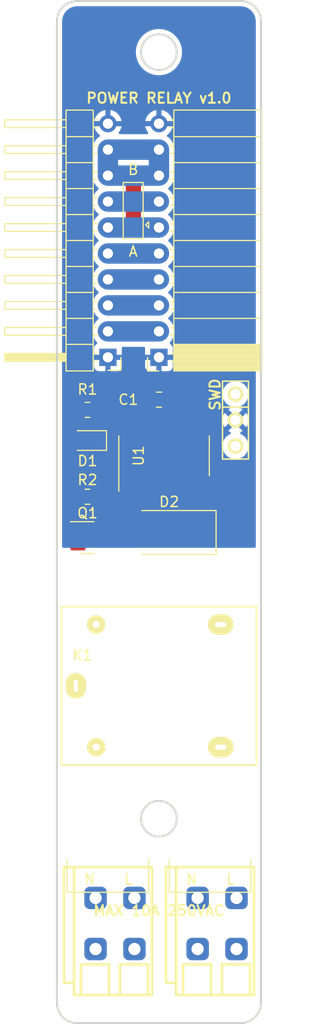
<source format=kicad_pcb>
(kicad_pcb (version 20211014) (generator pcbnew)
  (layers (0 "F.Cu" signal) (31 "B.Cu" power) (34 "B.Paste" user) (35 "F.Paste" user) (36 "B.SilkS" user "B.Silkscreen") (37 "F.SilkS" user "F.Silkscreen") (38 "B.Mask" user) (39 "F.Mask" user) (44 "Edge.Cuts" user))
  (net 0 "")
  (net 1 "GND")
  (net 2 "+3V3")
  (net 3 "+12V")
  (net 4 "Net-(D1-Pad2)")
  (net 5 "+5V")
  (net 6 "/IRQ")
  (net 7 "/SDA")
  (net 8 "/SCL")
  (net 9 "/LED")
  (net 10 "/SWDIO")
  (net 11 "/SWCLK")
  (net 12 "/ADDR")
  (net 13 "/RST")
  (net 14 "Net-(D2-Pad2)")
  (net 15 "Net-(J3-Pad1)")
  (net 16 "Net-(J3-Pad2)")
  (net 17 "Net-(J4-Pad2)")
  (net 19 "Net-(Q1-Pad1)")
  (net 20 "/RELAY")
  (footprint "Resistor_SMD:R_0805_2012Metric_Pad1.20x1.40mm_HandSolder" (layer "F.Cu") (at 86 90)
    (fp_text reference "R1" (at 0 -2) (layer "F.SilkS"))
    (fp_text value "270R")
    (fp_line (start -0.227064 0.735) (end 0.227064 0.735) (layer "F.SilkS") (width 0.12))
    (fp_line (start -0.227064 -0.735) (end 0.227064 -0.735) (layer "F.SilkS") (width 0.12))
    (pad "1" smd roundrect locked (at -1 0) (size 1.2 1.4) (layers "F.Cu" "F.Paste" "F.Mask") (roundrect_rratio 0.208333) (net 4 "Net-(D1-Pad2)"))
    (pad "2" smd roundrect locked (at 1 0) (size 1.2 1.4) (layers "F.Cu" "F.Paste" "F.Mask") (roundrect_rratio 0.208333) (net 9 "/LED"))
  )
  (footprint "LED_SMD:LED_0805_2012Metric_Pad1.15x1.40mm_HandSolder" (layer "F.Cu") (at 86 93 180)
    (fp_text reference "D1" (at 0 -2) (layer "F.SilkS"))
    (fp_text value "LED")
    (fp_line (start -1.86 -0.96) (end -1.86 0.96) (layer "F.SilkS") (width 0.12))
    (fp_line (start 1 -0.96) (end -1.86 -0.96) (layer "F.SilkS") (width 0.12))
    (fp_line (start -1.86 0.96) (end 1 0.96) (layer "F.SilkS") (width 0.12))
    (pad "1" smd roundrect locked (at -1.025 0 180) (size 1.15 1.4) (layers "F.Cu" "F.Paste" "F.Mask") (roundrect_rratio 0.217391) (net 1 "GND"))
    (pad "2" smd roundrect locked (at 1.025 0 180) (size 1.15 1.4) (layers "F.Cu" "F.Paste" "F.Mask") (roundrect_rratio 0.217391) (net 4 "Net-(D1-Pad2)"))
  )
  (footprint "Capacitor_SMD:C_0805_2012Metric_Pad1.18x1.45mm_HandSolder" (layer "F.Cu") (at 93 89)
    (fp_text reference "C1" (at -3 0) (layer "F.SilkS"))
    (fp_text value "100n")
    (fp_line (start -0.261252 -0.735) (end 0.261252 -0.735) (layer "F.SilkS") (width 0.12))
    (fp_line (start -0.261252 0.735) (end 0.261252 0.735) (layer "F.SilkS") (width 0.12))
    (pad "1" smd roundrect locked (at -1.0375 0) (size 1.175 1.45) (layers "F.Cu" "F.Paste" "F.Mask") (roundrect_rratio 0.212766) (net 2 "+3V3"))
    (pad "2" smd roundrect locked (at 1.0375 0) (size 1.175 1.45) (layers "F.Cu" "F.Paste" "F.Mask") (roundrect_rratio 0.212766) (net 1 "GND"))
  )
  (footprint "Jumper:SolderJumper-3_P2.0mm_Open_TrianglePad1.0x1.5mm" (layer "F.Cu") (at 90.5 70.5 90)
    (fp_text reference "JP1" hide)
    (fp_text value "SolderJumper_3_Open")
    (fp_line (start -1.1 1.5) (end -1.4 1.2) (layer "F.SilkS") (width 0.12))
    (fp_line (start -2.75 0.95) (end -2.75 -1) (layer "F.SilkS") (width 0.12))
    (fp_line (start -1.4 1.2) (end -1.7 1.5) (layer "F.SilkS") (width 0.12))
    (fp_line (start 2.75 0.95) (end -2.75 0.95) (layer "F.SilkS") (width 0.12))
    (fp_line (start -2.75 -1) (end 2.75 -1) (layer "F.SilkS") (width 0.12))
    (fp_line (start 2.75 -1) (end 2.75 0.95) (layer "F.SilkS") (width 0.12))
    (fp_line (start -1.7 1.5) (end -1.1 1.5) (layer "F.SilkS") (width 0.12))
    (pad "1" smd custom locked (at -2 0 90) (size 0.3 0.3) (layers "F.Cu" "F.Mask") (net 2 "+3V3") (options (clearance outline) (anchor rect)) (primitives (gr_poly (pts (xy 1 0) (xy 0.5 0.75) (xy -0.5 0.75) (xy -0.5 -0.75) (xy 0.5 -0.75)) (width 0) (fill yes))))
    (pad "2" smd custom locked (at 0 0 90) (size 0.3 0.3) (layers "F.Cu") (net 12 "/ADDR") (options (clearance outline) (anchor rect)) (primitives (gr_poly (pts (xy 0.7 0) (xy 1.2 0.75) (xy -1.2 0.75) (xy -0.7 0) (xy -1.2 -0.75) (xy 1.2 -0.75)) (width 0) (fill yes))))
    (pad "3" smd custom locked (at 2 0 270) (size 0.3 0.3) (layers "F.Cu" "F.Mask") (net 1 "GND") (options (clearance outline) (anchor rect)) (primitives (gr_poly (pts (xy 1 0) (xy 0.5 0.75) (xy -0.5 0.75) (xy -0.5 -0.75) (xy 0.5 -0.75)) (width 0) (fill yes))))
  )
  (footprint "Connector_PinHeader_2.54mm:PinHeader_1x10_P2.54mm_Horizontal" (layer "F.Cu") (at 88 84.86 180)
    (fp_text reference "J1" hide)
    (fp_text value "T100-IN")
    (fp_line (start 1.44 8.89) (end 4.1 8.89) (layer "F.SilkS") (width 0.12))
    (fp_line (start 1.042929 14.86) (end 1.44 14.86) (layer "F.SilkS") (width 0.12))
    (fp_line (start 1.042929 2.92) (end 1.44 2.92) (layer "F.SilkS") (width 0.12))
    (fp_line (start 1.042929 7.24) (end 1.44 7.24) (layer "F.SilkS") (width 0.12))
    (fp_line (start 10.1 18.16) (end 4.1 18.16) (layer "F.SilkS") (width 0.12))
    (fp_line (start -1.27 -1.27) (end 0 -1.27) (layer "F.SilkS") (width 0.12))
    (fp_line (start 10.1 0.38) (end 4.1 0.38) (layer "F.SilkS") (width 0.12))
    (fp_line (start 1.042929 19.94) (end 1.44 19.94) (layer "F.SilkS") (width 0.12))
    (fp_line (start 1.042929 9.78) (end 1.44 9.78) (layer "F.SilkS") (width 0.12))
    (fp_line (start 1.44 13.97) (end 4.1 13.97) (layer "F.SilkS") (width 0.12))
    (fp_line (start 10.1 12.32) (end 10.1 13.08) (layer "F.SilkS") (width 0.12))
    (fp_line (start 10.1 7.24) (end 10.1 8) (layer "F.SilkS") (width 0.12))
    (fp_line (start 10.1 19.94) (end 10.1 20.7) (layer "F.SilkS") (width 0.12))
    (fp_line (start 10.1 17.4) (end 10.1 18.16) (layer "F.SilkS") (width 0.12))
    (fp_line (start 4.1 -0.2) (end 10.1 -0.2) (layer "F.SilkS") (width 0.12))
    (fp_line (start 10.1 9.78) (end 10.1 10.54) (layer "F.SilkS") (width 0.12))
    (fp_line (start 4.1 -0.38) (end 10.1 -0.38) (layer "F.SilkS") (width 0.12))
    (fp_line (start 1.042929 8) (end 1.44 8) (layer "F.SilkS") (width 0.12))
    (fp_line (start 1.042929 2.16) (end 1.44 2.16) (layer "F.SilkS") (width 0.12))
    (fp_line (start 1.042929 20.7) (end 1.44 20.7) (layer "F.SilkS") (width 0.12))
    (fp_line (start 4.1 4.7) (end 10.1 4.7) (layer "F.SilkS") (width 0.12))
    (fp_line (start 10.1 23.24) (end 4.1 23.24) (layer "F.SilkS") (width 0.12))
    (fp_line (start 1.042929 17.4) (end 1.44 17.4) (layer "F.SilkS") (width 0.12))
    (fp_line (start 1.042929 13.08) (end 1.44 13.08) (layer "F.SilkS") (width 0.12))
    (fp_line (start 1.042929 12.32) (end 1.44 12.32) (layer "F.SilkS") (width 0.12))
    (fp_line (start 1.44 16.51) (end 4.1 16.51) (layer "F.SilkS") (width 0.12))
    (fp_line (start 4.1 17.4) (end 10.1 17.4) (layer "F.SilkS") (width 0.12))
    (fp_line (start 4.1 0.28) (end 10.1 0.28) (layer "F.SilkS") (width 0.12))
    (fp_line (start 10.1 2.92) (end 4.1 2.92) (layer "F.SilkS") (width 0.12))
    (fp_line (start 1.042929 18.16) (end 1.44 18.16) (layer "F.SilkS") (width 0.12))
    (fp_line (start 1.44 -1.33) (end 1.44 24.19) (layer "F.SilkS") (width 0.12))
    (fp_line (start 10.1 14.86) (end 10.1 15.62) (layer "F.SilkS") (width 0.12))
    (fp_line (start 4.1 7.24) (end 10.1 7.24) (layer "F.SilkS") (width 0.12))
    (fp_line (start 4.1 0.04) (end 10.1 0.04) (layer "F.SilkS") (width 0.12))
    (fp_line (start 1.44 24.19) (end 4.1 24.19) (layer "F.SilkS") (width 0.12))
    (fp_line (start 10.1 22.48) (end 10.1 23.24) (layer "F.SilkS") (width 0.12))
    (fp_line (start 10.1 13.08) (end 4.1 13.08) (layer "F.SilkS") (width 0.12))
    (fp_line (start 1.11 0.38) (end 1.44 0.38) (layer "F.SilkS") (width 0.12))
    (fp_line (start 10.1 -0.38) (end 10.1 0.38) (layer "F.SilkS") (width 0.12))
    (fp_line (start 1.44 19.05) (end 4.1 19.05) (layer "F.SilkS") (width 0.12))
    (fp_line (start 1.44 11.43) (end 4.1 11.43) (layer "F.SilkS") (width 0.12))
    (fp_line (start 4.1 -1.33) (end 1.44 -1.33) (layer "F.SilkS") (width 0.12))
    (fp_line (start 4.1 -0.08) (end 10.1 -0.08) (layer "F.SilkS") (width 0.12))
    (fp_line (start 4.1 19.94) (end 10.1 19.94) (layer "F.SilkS") (width 0.12))
    (fp_line (start 4.1 22.48) (end 10.1 22.48) (layer "F.SilkS") (width 0.12))
    (fp_line (start 1.44 3.81) (end 4.1 3.81) (layer "F.SilkS") (width 0.12))
    (fp_line (start 10.1 20.7) (end 4.1 20.7) (layer "F.SilkS") (width 0.12))
    (fp_line (start -1.27 0) (end -1.27 -1.27) (layer "F.SilkS") (width 0.12))
    (fp_line (start 4.1 0.16) (end 10.1 0.16) (layer "F.SilkS") (width 0.12))
    (fp_line (start 1.042929 22.48) (end 1.44 22.48) (layer "F.SilkS") (width 0.12))
    (fp_line (start 1.44 21.59) (end 4.1 21.59) (layer "F.SilkS") (width 0.12))
    (fp_line (start 10.1 8) (end 4.1 8) (layer "F.SilkS") (width 0.12))
    (fp_line (start 1.042929 5.46) (end 1.44 5.46) (layer "F.SilkS") (width 0.12))
    (fp_line (start 10.1 5.46) (end 4.1 5.46) (layer "F.SilkS") (width 0.12))
    (fp_line (start 4.1 9.78) (end 10.1 9.78) (layer "F.SilkS") (width 0.12))
    (fp_line (start 1.44 1.27) (end 4.1 1.27) (layer "F.SilkS") (width 0.12))
    (fp_line (start 1.44 6.35) (end 4.1 6.35) (layer "F.SilkS") (width 0.12))
    (fp_line (start 4.1 -0.32) (end 10.1 -0.32) (layer "F.SilkS") (width 0.12))
    (fp_line (start 10.1 4.7) (end 10.1 5.46) (layer "F.SilkS") (width 0.12))
    (fp_line (start 1.042929 10.54) (end 1.44 10.54) (layer "F.SilkS") (width 0.12))
    (fp_line (start 1.042929 15.62) (end 1.44 15.62) (layer "F.SilkS") (width 0.12))
    (fp_line (start 1.042929 4.7) (end 1.44 4.7) (layer "F.SilkS") (width 0.12))
    (fp_line (start 4.1 14.86) (end 10.1 14.86) (layer "F.SilkS") (width 0.12))
    (fp_line (start 10.1 15.62) (end 4.1 15.62) (layer "F.SilkS") (width 0.12))
    (fp_line (start 10.1 10.54) (end 4.1 10.54) (layer "F.SilkS") (width 0.12))
    (fp_line (start 4.1 24.19) (end 4.1 -1.33) (layer "F.SilkS") (width 0.12))
    (fp_line (start 4.1 2.16) (end 10.1 2.16) (layer "F.SilkS") (width 0.12))
    (fp_line (start 10.1 2.16) (end 10.1 2.92) (layer "F.SilkS") (width 0.12))
    (fp_line (start 1.042929 23.24) (end 1.44 23.24) (layer "F.SilkS") (width 0.12))
    (fp_line (start 4.1 12.32) (end 10.1 12.32) (layer "F.SilkS") (width 0.12))
    (fp_line (start 1.11 -0.38) (end 1.44 -0.38) (layer "F.SilkS") (width 0.12))
    (pad "1" thru_hole rect locked (at 0 0 180) (size 1.7 1.7) (drill 1) (layers *.Cu *.Mask) (net 1 "GND"))
    (pad "2" thru_hole oval locked (at 0 2.54 180) (size 1.7 1.7) (drill 1) (layers *.Cu *.Mask) (net 8 "/SCL"))
    (pad "3" thru_hole oval locked (at 0 5.08 180) (size 1.7 1.7) (drill 1) (layers *.Cu *.Mask) (net 7 "/SDA"))
    (pad "4" thru_hole oval locked (at 0 7.62 180) (size 1.7 1.7) (drill 1) (layers *.Cu *.Mask) (net 6 "/IRQ"))
    (pad "5" thru_hole oval locked (at 0 10.16 180) (size 1.7 1.7) (drill 1) (layers *.Cu *.Mask) (net 13 "/RST"))
    (pad "6" thru_hole oval locked (at 0 12.7 180) (size 1.7 1.7) (drill 1) (layers *.Cu *.Mask) (net 2 "+3V3"))
    (pad "7" thru_hole oval locked (at 0 15.24 180) (size 1.7 1.7) (drill 1) (layers *.Cu *.Mask) (net 5 "+5V"))
    (pad "8" thru_hole oval locked (at 0 17.78 180) (size 1.7 1.7) (drill 1) (layers *.Cu *.Mask) (net 3 "+12V"))
    (pad "9" thru_hole oval locked (at 0 20.32 180) (size 1.7 1.7) (drill 1) (layers *.Cu *.Mask) (net 3 "+12V"))
    (pad "10" thru_hole oval locked (at 0 22.86 180) (size 1.7 1.7) (drill 1) (layers *.Cu *.Mask) (net 1 "GND"))
  )
  (footprint "Connector_PinSocket_2.54mm:PinSocket_1x10_P2.54mm_Horizontal" (layer "F.Cu") (at 93 84.86 180)
    (fp_text reference "J2" hide)
    (fp_text value "T100-OUT")
    (fp_line (start -1.46 5.44) (end -1.05 5.44) (layer "F.SilkS") (width 0.12))
    (fp_line (start -10.09 -0.619525) (end -1.46 -0.619525) (layer "F.SilkS") (width 0.12))
    (fp_line (start -10.09 0.91571) (end -1.46 0.91571) (layer "F.SilkS") (width 0.12))
    (fp_line (start -1.46 18.14) (end -1.05 18.14) (layer "F.SilkS") (width 0.12))
    (fp_line (start -1.46 -0.36) (end -1.11 -0.36) (layer "F.SilkS") (width 0.12))
    (fp_line (start -10.09 16.51) (end -1.46 16.51) (layer "F.SilkS") (width 0.12))
    (fp_line (start -1.46 0.36) (end -1.11 0.36) (layer "F.SilkS") (width 0.12))
    (fp_line (start -1.46 7.98) (end -1.05 7.98) (layer "F.SilkS") (width 0.12))
    (fp_line (start -1.46 20.68) (end -1.05 20.68) (layer "F.SilkS") (width 0.12))
    (fp_line (start -1.46 14.88) (end -1.05 14.88) (layer "F.SilkS") (width 0.12))
    (fp_line (start -1.46 17.42) (end -1.05 17.42) (layer "F.SilkS") (width 0.12))
    (fp_line (start -10.09 -0.97381) (end -1.46 -0.97381) (layer "F.SilkS") (width 0.12))
    (fp_line (start -10.09 -0.383335) (end -1.46 -0.383335) (layer "F.SilkS") (width 0.12))
    (fp_line (start -1.46 2.18) (end -1.05 2.18) (layer "F.SilkS") (width 0.12))
    (fp_line (start -10.09 -0.26524) (end -1.46 -0.26524) (layer "F.SilkS") (width 0.12))
    (fp_line (start -1.46 10.52) (end -1.05 10.52) (layer "F.SilkS") (width 0.12))
    (fp_line (start -1.46 23.22) (end -1.05 23.22) (layer "F.SilkS") (width 0.12))
    (fp_line (start -10.09 24.19) (end -1.46 24.19) (layer "F.SilkS") (width 0.12))
    (fp_line (start -1.46 19.96) (end -1.05 19.96) (layer "F.SilkS") (width 0.12))
    (fp_line (start -10.09 -1.33) (end -10.09 24.19) (layer "F.SilkS") (width 0.12))
    (fp_line (start -10.09 11.43) (end -1.46 11.43) (layer "F.SilkS") (width 0.12))
    (fp_line (start -10.09 -1.091905) (end -1.46 -1.091905) (layer "F.SilkS") (width 0.12))
    (fp_line (start -10.09 0.20714) (end -1.46 0.20714) (layer "F.SilkS") (width 0.12))
    (fp_line (start -10.09 -0.855715) (end -1.46 -0.855715) (layer "F.SilkS") (width 0.12))
    (fp_line (start -10.09 0.089045) (end -1.46 0.089045) (layer "F.SilkS") (width 0.12))
    (fp_line (start -10.09 6.35) (end -1.46 6.35) (layer "F.SilkS") (width 0.12))
    (fp_line (start -10.09 0.44333) (end -1.46 0.44333) (layer "F.SilkS") (width 0.12))
    (fp_line (start -10.09 1.033805) (end -1.46 1.033805) (layer "F.SilkS") (width 0.12))
    (fp_line (start -10.09 -0.50143) (end -1.46 -0.50143) (layer "F.SilkS") (width 0.12))
    (fp_line (start -10.09 -0.147145) (end -1.46 -0.147145) (layer "F.SilkS") (width 0.12))
    (fp_line (start -1.46 -1.33) (end -1.46 24.19) (layer "F.SilkS") (width 0.12))
    (fp_line (start -1.46 2.9) (end -1.05 2.9) (layer "F.SilkS") (width 0.12))
    (fp_line (start -10.09 1.27) (end -1.46 1.27) (layer "F.SilkS") (width 0.12))
    (fp_line (start -10.09 0.67952) (end -1.46 0.67952) (layer "F.SilkS") (width 0.12))
    (fp_line (start -10.09 1.1519) (end -1.46 1.1519) (layer "F.SilkS") (width 0.12))
    (fp_line (start -10.09 -0.02905) (end -1.46 -0.02905) (layer "F.SilkS") (width 0.12))
    (fp_line (start -1.46 7.26) (end -1.05 7.26) (layer "F.SilkS") (width 0.12))
    (fp_line (start 1.11 -1.33) (end 1.11 0) (layer "F.SilkS") (width 0.12))
    (fp_line (start -10.09 0.797615) (end -1.46 0.797615) (layer "F.SilkS") (width 0.12))
    (fp_line (start -10.09 -1.21) (end -1.46 -1.21) (layer "F.SilkS") (width 0.12))
    (fp_line (start -10.09 -1.33) (end -1.46 -1.33) (layer "F.SilkS") (width 0.12))
    (fp_line (start -10.09 13.97) (end -1.46 13.97) (layer "F.SilkS") (width 0.12))
    (fp_line (start -10.09 3.81) (end -1.46 3.81) (layer "F.SilkS") (width 0.12))
    (fp_line (start -1.46 12.34) (end -1.05 12.34) (layer "F.SilkS") (width 0.12))
    (fp_line (start -10.09 21.59) (end -1.46 21.59) (layer "F.SilkS") (width 0.12))
    (fp_line (start -10.09 0.561425) (end -1.46 0.561425) (layer "F.SilkS") (width 0.12))
    (fp_line (start -1.46 4.72) (end -1.05 4.72) (layer "F.SilkS") (width 0.12))
    (fp_line (start 0 -1.33) (end 1.11 -1.33) (layer "F.SilkS") (width 0.12))
    (fp_line (start -10.09 19.05) (end -1.46 19.05) (layer "F.SilkS") (width 0.12))
    (fp_line (start -1.46 22.5) (end -1.05 22.5) (layer "F.SilkS") (width 0.12))
    (fp_line (start -10.09 8.89) (end -1.46 8.89) (layer "F.SilkS") (width 0.12))
    (fp_line (start -1.46 9.8) (end -1.05 9.8) (layer "F.SilkS") (width 0.12))
    (fp_line (start -10.09 0.325235) (end -1.46 0.325235) (layer "F.SilkS") (width 0.12))
    (fp_line (start -1.46 15.6) (end -1.05 15.6) (layer "F.SilkS") (width 0.12))
    (fp_line (start -10.09 -0.73762) (end -1.46 -0.73762) (layer "F.SilkS") (width 0.12))
    (fp_line (start -1.46 13.06) (end -1.05 13.06) (layer "F.SilkS") (width 0.12))
    (pad "1" thru_hole rect locked (at 0 0 180) (size 1.7 1.7) (drill 1) (layers *.Cu *.Mask) (net 1 "GND"))
    (pad "2" thru_hole oval locked (at 0 2.54 180) (size 1.7 1.7) (drill 1) (layers *.Cu *.Mask) (net 8 "/SCL"))
    (pad "3" thru_hole oval locked (at 0 5.08 180) (size 1.7 1.7) (drill 1) (layers *.Cu *.Mask) (net 7 "/SDA"))
    (pad "4" thru_hole oval locked (at 0 7.62 180) (size 1.7 1.7) (drill 1) (layers *.Cu *.Mask) (net 6 "/IRQ"))
    (pad "5" thru_hole oval locked (at 0 10.16 180) (size 1.7 1.7) (drill 1) (layers *.Cu *.Mask) (net 13 "/RST"))
    (pad "6" thru_hole oval locked (at 0 12.7 180) (size 1.7 1.7) (drill 1) (layers *.Cu *.Mask) (net 2 "+3V3"))
    (pad "7" thru_hole oval locked (at 0 15.24 180) (size 1.7 1.7) (drill 1) (layers *.Cu *.Mask) (net 5 "+5V"))
    (pad "8" thru_hole oval locked (at 0 17.78 180) (size 1.7 1.7) (drill 1) (layers *.Cu *.Mask) (net 3 "+12V"))
    (pad "9" thru_hole oval locked (at 0 20.32 180) (size 1.7 1.7) (drill 1) (layers *.Cu *.Mask) (net 3 "+12V"))
    (pad "10" thru_hole oval locked (at 0 22.86 180) (size 1.7 1.7) (drill 1) (layers *.Cu *.Mask) (net 1 "GND"))
  )
  (footprint "Package_SO:SOIC-14_3.9x8.7mm_P1.27mm" (layer "F.Cu") (at 93.5 94.5 90)
    (fp_text reference "U1" (at 0 -2.5 90) (layer "F.SilkS"))
    (fp_text value "ATSAMD09C13A-SS")
    (fp_line (start 0 -4.435) (end 1.95 -4.435) (layer "F.SilkS") (width 0.12))
    (fp_line (start 0 -4.435) (end -3.45 -4.435) (layer "F.SilkS") (width 0.12))
    (fp_line (start 0 4.435) (end 1.95 4.435) (layer "F.SilkS") (width 0.12))
    (fp_line (start 0 4.435) (end -1.95 4.435) (layer "F.SilkS") (width 0.12))
    (pad "1" smd roundrect locked (at -2.475 -3.81 90) (size 1.95 0.6) (layers "F.Cu" "F.Paste" "F.Mask") (net 20 "/RELAY"))
    (pad "2" smd roundrect locked (at -2.475 -2.54 90) (size 1.95 0.6) (layers "F.Cu" "F.Paste" "F.Mask"))
    (pad "3" smd roundrect locked (at -2.475 -1.27 90) (size 1.95 0.6) (layers "F.Cu" "F.Paste" "F.Mask"))
    (pad "4" smd roundrect locked (at -2.475 0 90) (size 1.95 0.6) (layers "F.Cu" "F.Paste" "F.Mask") (net 7 "/SDA"))
    (pad "5" smd roundrect locked (at -2.475 1.27 90) (size 1.95 0.6) (layers "F.Cu" "F.Paste" "F.Mask") (net 8 "/SCL"))
    (pad "6" smd roundrect locked (at -2.475 2.54 90) (size 1.95 0.6) (layers "F.Cu" "F.Paste" "F.Mask") (net 13 "/RST"))
    (pad "7" smd roundrect locked (at -2.475 3.81 90) (size 1.95 0.6) (layers "F.Cu" "F.Paste" "F.Mask") (net 11 "/SWCLK"))
    (pad "8" smd roundrect locked (at 2.475 3.81 90) (size 1.95 0.6) (layers "F.Cu" "F.Paste" "F.Mask") (net 10 "/SWDIO"))
    (pad "9" smd roundrect locked (at 2.475 2.54 90) (size 1.95 0.6) (layers "F.Cu" "F.Paste" "F.Mask") (net 6 "/IRQ"))
    (pad "10" smd roundrect locked (at 2.475 1.27 90) (size 1.95 0.6) (layers "F.Cu" "F.Paste" "F.Mask"))
    (pad "11" smd roundrect locked (at 2.475 0 90) (size 1.95 0.6) (layers "F.Cu" "F.Paste" "F.Mask") (net 1 "GND"))
    (pad "12" smd roundrect locked (at 2.475 -1.27 90) (size 1.95 0.6) (layers "F.Cu" "F.Paste" "F.Mask") (net 2 "+3V3"))
    (pad "13" smd roundrect locked (at 2.475 -2.54 90) (size 1.95 0.6) (layers "F.Cu" "F.Paste" "F.Mask") (net 12 "/ADDR"))
    (pad "14" smd roundrect locked (at 2.475 -3.81 90) (size 1.95 0.6) (layers "F.Cu" "F.Paste" "F.Mask") (net 9 "/LED"))
  )
  (footprint "Diode_SMD:D_SMB_Handsoldering" (layer "F.Cu") (at 94 102 180)
    (fp_text reference "D2" (at 0 3) (layer "F.SilkS"))
    (fp_text value "SK22")
    (fp_line (start -4.6 -2.15) (end 2.7 -2.15) (layer "F.SilkS") (width 0.12))
    (fp_line (start -4.6 -2.15) (end -4.6 2.15) (layer "F.SilkS") (width 0.12))
    (fp_line (start -4.6 2.15) (end 2.7 2.15) (layer "F.SilkS") (width 0.12))
    (pad "1" smd rect locked (at -2.7 0 180) (size 3.5 2.3) (layers "F.Cu" "F.Paste" "F.Mask") (net 5 "+5V"))
    (pad "2" smd rect locked (at 2.7 0 180) (size 3.5 2.3) (layers "F.Cu" "F.Paste" "F.Mask") (net 14 "Net-(D2-Pad2)"))
  )
  (footprint "Drake:DG235-3.81-02P" (layer "F.Cu") (at 96.79 137.75)
    (fp_text reference "J4" hide)
    (fp_text value "Conn_01x02_Female")
    (fp_line (start -2.1 -3) (end -2.1 8.301751) (layer "F.SilkS") (width 0.254))
    (fp_line (start 5.52 -3) (end 5.52 9.499999) (layer "F.SilkS") (width 0.254))
    (fp_line (start 1.329 6.5) (end -1.432999 6.5) (layer "F.SilkS") (width 0.254))
    (fp_line (start 1.329 9.5) (end 1.329 6.5) (layer "F.SilkS") (width 0.254))
    (fp_line (start 5.139 9.5) (end 5.139 6.5) (layer "F.SilkS") (width 0.254))
    (fp_line (start -3.1 -3) (end -2.1 -3) (layer "F.SilkS") (width 0.254))
    (fp_line (start -3.1 -3) (end -3.099999 8.301751) (layer "F.SilkS") (width 0.254))
    (fp_line (start -2.1 9.5) (end 5.52 9.499999) (layer "F.SilkS") (width 0.254))
    (fp_line (start -1.432999 9.5) (end -1.432999 6.5) (layer "F.SilkS") (width 0.254))
    (fp_line (start 2.377 9.5) (end 2.377 6.5) (layer "F.SilkS") (width 0.254))
    (fp_line (start -2.1 -3) (end 5.52 -3) (layer "F.SilkS") (width 0.254))
    (fp_line (start -3.099999 8.301751) (end -2.1 8.301751) (layer "F.SilkS") (width 0.254))
    (fp_line (start 5.139 6.5) (end 2.377 6.5) (layer "F.SilkS") (width 0.254))
    (fp_line (start -2.1 -3) (end -2.1 9.5) (layer "F.SilkS") (width 0.254))
    (pad "1" thru_hole roundrect locked (at 0 5) (size 2.2 2.2) (drill 1.2) (layers *.Cu *.Mask) (net 15 "Net-(J3-Pad1)"))
    (pad "1" thru_hole roundrect locked (at 0 0) (size 2.2 2.2) (drill 1.2) (layers *.Cu *.Mask) (net 15 "Net-(J3-Pad1)"))
    (pad "2" thru_hole roundrect locked (at 3.81 0) (size 2.2 2.2) (drill 1.2) (layers *.Cu *.Mask) (net 17 "Net-(J4-Pad2)"))
    (pad "2" thru_hole roundrect locked (at 3.81 5) (size 2.2 2.2) (drill 1.2) (layers *.Cu *.Mask) (net 17 "Net-(J4-Pad2)"))
  )
  (footprint "Package_TO_SOT_SMD:SOT-23" (layer "F.Cu") (at 86 102.5)
    (fp_text reference "Q1" (at 0 -2.4) (layer "F.SilkS"))
    (fp_text value "BC817")
    (fp_line (start 0 -1.56) (end -1.675 -1.56) (layer "F.SilkS") (width 0.12))
    (fp_line (start 0 -1.56) (end 0.65 -1.56) (layer "F.SilkS") (width 0.12))
    (fp_line (start 0 1.56) (end -0.65 1.56) (layer "F.SilkS") (width 0.12))
    (fp_line (start 0 1.56) (end 0.65 1.56) (layer "F.SilkS") (width 0.12))
    (pad "1" smd roundrect locked (at -0.9375 -0.95) (size 1.475 0.6) (layers "F.Cu" "F.Paste" "F.Mask") (net 19 "Net-(Q1-Pad1)"))
    (pad "2" smd roundrect locked (at -0.9375 0.95) (size 1.475 0.6) (layers "F.Cu" "F.Paste" "F.Mask") (net 1 "GND"))
    (pad "3" smd roundrect locked (at 0.9375 0) (size 1.475 0.6) (layers "F.Cu" "F.Paste" "F.Mask") (net 14 "Net-(D2-Pad2)"))
  )
  (footprint "Drake:DG235-3.81-02P" (layer "F.Cu") (at 86.79 137.75)
    (fp_text reference "J3" hide)
    (fp_text value "Conn_01x02_Female")
    (fp_line (start -2.1 -3) (end 5.52 -3) (layer "F.SilkS") (width 0.254))
    (fp_line (start -3.1 -3) (end -2.1 -3) (layer "F.SilkS") (width 0.254))
    (fp_line (start -3.1 -3) (end -3.099999 8.301751) (layer "F.SilkS") (width 0.254))
    (fp_line (start -2.1 9.5) (end 5.52 9.499999) (layer "F.SilkS") (width 0.254))
    (fp_line (start -3.099999 8.301751) (end -2.1 8.301751) (layer "F.SilkS") (width 0.254))
    (fp_line (start 5.139 6.5) (end 2.377 6.5) (layer "F.SilkS") (width 0.254))
    (fp_line (start -2.1 -3) (end -2.1 8.301751) (layer "F.SilkS") (width 0.254))
    (fp_line (start 5.52 -3) (end 5.52 9.499999) (layer "F.SilkS") (width 0.254))
    (fp_line (start 5.139 9.5) (end 5.139 6.5) (layer "F.SilkS") (width 0.254))
    (fp_line (start 1.329 9.5) (end 1.329 6.5) (layer "F.SilkS") (width 0.254))
    (fp_line (start 1.329 6.5) (end -1.432999 6.5) (layer "F.SilkS") (width 0.254))
    (fp_line (start 2.377 9.5) (end 2.377 6.5) (layer "F.SilkS") (width 0.254))
    (fp_line (start -2.1 -3) (end -2.1 9.5) (layer "F.SilkS") (width 0.254))
    (fp_line (start -1.432999 9.5) (end -1.432999 6.5) (layer "F.SilkS") (width 0.254))
    (pad "1" thru_hole roundrect locked (at 0 5) (size 2.2 2.2) (drill 1.2) (layers *.Cu *.Mask) (net 15 "Net-(J3-Pad1)"))
    (pad "1" thru_hole roundrect locked (at 0 0) (size 2.2 2.2) (drill 1.2) (layers *.Cu *.Mask) (net 15 "Net-(J3-Pad1)"))
    (pad "2" thru_hole roundrect locked (at 3.81 5) (size 2.2 2.2) (drill 1.2) (layers *.Cu *.Mask) (net 16 "Net-(J3-Pad2)"))
    (pad "2" thru_hole roundrect locked (at 3.81 0) (size 2.2 2.2) (drill 1.2) (layers *.Cu *.Mask) (net 16 "Net-(J3-Pad2)"))
  )
  (footprint "Resistor_SMD:R_0805_2012Metric_Pad1.20x1.40mm_HandSolder" (layer "F.Cu") (at 86 98.5)
    (fp_text reference "R2" (at 0 -1.65) (layer "F.SilkS"))
    (fp_text value "1k5")
    (fp_line (start -0.227064 0.735) (end 0.227064 0.735) (layer "F.SilkS") (width 0.12))
    (fp_line (start -0.227064 -0.735) (end 0.227064 -0.735) (layer "F.SilkS") (width 0.12))
    (pad "1" smd roundrect locked (at -1 0) (size 1.2 1.4) (layers "F.Cu" "F.Paste" "F.Mask") (roundrect_rratio 0.208333) (net 20 "/RELAY"))
    (pad "2" smd roundrect locked (at 1 0) (size 1.2 1.4) (layers "F.Cu" "F.Paste" "F.Mask") (roundrect_rratio 0.208333) (net 19 "Net-(Q1-Pad1)"))
  )
  (footprint "Drake:SRD_C_Relay" (layer "F.Cu") (at 84.85 117)
    (fp_text reference "K1" (at 0.65 -3) (layer "F.SilkS"))
    (fp_text value "RELAY_1")
    (fp_line (start -1.4 7.75) (end -1.4 -7.75) (layer "F.SilkS") (width 0.15))
    (fp_line (start -1.4 -7.75) (end 17.7 -7.75) (layer "F.SilkS") (width 0.15))
    (fp_line (start -1.4 7.75) (end 17.7 7.75) (layer "F.SilkS") (width 0.15))
    (fp_line (start 17.7 -7.75) (end 17.7 7.75) (layer "F.SilkS") (width 0.15))
    (pad "1" thru_hole circle locked (at 2 6) (size 1.8 1.8) (drill 0.7) (layers *.Cu *.Mask "F.SilkS") (net 5 "+5V"))
    (pad "2" thru_hole oval locked (at 14.2 6) (size 2.5 2) (drill oval 1.1 0.5) (layers *.Cu *.Mask "F.SilkS") (net 17 "Net-(J4-Pad2)"))
    (pad "3" thru_hole oval locked (at 14.2 -6) (size 2.5 2) (drill oval 1.1 0.5) (layers *.Cu *.Mask "F.SilkS"))
    (pad "4" thru_hole circle locked (at 2 -6) (size 1.8 1.8) (drill 0.7) (layers *.Cu *.Mask "F.SilkS") (net 14 "Net-(D2-Pad2)"))
    (pad "5" thru_hole oval locked (at 0 0) (size 2 2.5) (drill oval 0.4 1.2) (layers *.Cu *.Mask "F.SilkS") (net 16 "Net-(J3-Pad2)"))
  )
  (footprint "Drake:SWD" (layer "F.Cu") (at 100.5 91 -90)
    (fp_text reference "X1" hide)
    (fp_text value "SWD")
    (fp_line (start -1.27 -1.27) (end -1.27 1.27) (layer "F.SilkS") (width 0.15))
    (fp_line (start -3.81 -1.27) (end 3.81 -1.27) (layer "F.SilkS") (width 0.15))
    (fp_line (start 3.81 1.27) (end -3.81 1.27) (layer "F.SilkS") (width 0.15))
    (fp_line (start -3.81 1.27) (end -3.81 -1.27) (layer "F.SilkS") (width 0.15))
    (fp_line (start 3.81 -1.27) (end 3.81 1.27) (layer "F.SilkS") (width 0.15))
    (pad "1" thru_hole circle locked (at -2.54 0 270) (size 1.524 1.524) (drill 1.016) (layers *.Cu *.Mask "F.SilkS") (net 10 "/SWDIO"))
    (pad "2" thru_hole circle locked (at 0 0 270) (size 1.524 1.524) (drill 1.016) (layers *.Cu *.Mask "F.SilkS") (net 1 "GND"))
    (pad "3" thru_hole circle locked (at 2.54 0 270) (size 1.524 1.524) (drill 1.016) (layers *.Cu *.Mask "F.SilkS") (net 11 "/SWCLK"))
  )
  (gr_line (start 84 137.2) (end 84 134) (layer "F.SilkS") (width 0.12))
  (gr_line (start 92 137.2) (end 92 134) (layer "F.SilkS") (width 0.12))
  (gr_line (start 102 137.2) (end 94 137.2) (layer "F.SilkS") (width 0.12))
  (gr_line (start 92 137.2) (end 84 137.2) (layer "F.SilkS") (width 0.12))
  (gr_line (start 102 137.2) (end 102 134) (layer "F.SilkS") (width 0.12))
  (gr_line (start 94 137.2) (end 94 134) (layer "F.SilkS") (width 0.12))
  (gr_arc (start 83 52) (mid 83.585786 50.585786) (end 85 50) (layer "Edge.Cuts") (width 0.2))
  (gr_arc (start 103 148) (mid 102.414214 149.414214) (end 101 150) (layer "Edge.Cuts") (width 0.2))
  (gr_line (start 103 148) (end 103 52) (layer "Edge.Cuts") (width 0.2))
  (gr_arc (start 85 150) (mid 83.585786 149.414214) (end 83 148) (layer "Edge.Cuts") (width 0.2))
  (gr_arc (start 101 50) (mid 102.414214 50.585786) (end 103 52) (layer "Edge.Cuts") (width 0.2))
  (gr_line (start 101 50) (end 85 50) (layer "Edge.Cuts") (width 0.2))
  (gr_circle (center 93 55) (end 94.75 55) (layer "Edge.Cuts") (width 0.2) (fill none))
  (gr_line (start 83 148) (end 83 52) (layer "Edge.Cuts") (width 0.2))
  (gr_line (start 101 150) (end 85 150) (layer "Edge.Cuts") (width 0.2))
  (gr_circle (center 93 130) (end 94.75 130) (layer "Edge.Cuts") (width 0.2) (fill none))
  (gr_text "POWER RELAY v1.0" (at 93 59.5) (layer "F.SilkS") (effects (font (size 1 1) (thickness 0.2))))
  (gr_text "N" (at 86.198 135.93) (layer "F.SilkS") (effects (font (size 1 1))))
  (gr_text "L" (at 90.008 135.93) (layer "F.SilkS") (effects (font (size 1 1))))
  (gr_text "B" (at 90.475 66.5) (layer "F.SilkS") (effects (font (size 1 1))))
  (gr_text "L" (at 100.008 135.93) (layer "F.SilkS") (effects (font (size 1 1))))
  (gr_text "A" (at 90.475 74.5) (layer "F.SilkS") (effects (font (size 1 1))))
  (gr_text "MAX 10A 250VAC" (at 93 139) (layer "F.SilkS") (effects (font (size 1 1) (thickness 0.2))))
  (gr_text "SWD" (at 98.5 88.5 90) (layer "F.SilkS") (effects (font (size 1 1) (thickness 0.2))))
  (gr_text "N" (at 96.198 135.93) (layer "F.SilkS") (effects (font (size 1 1))))
  (segment (start 88 72.16) (end 93 72.16) (width 2) (layer "B.Cu") (net 2))
  (segment (start 88 64.54) (end 93 64.54) (width 2) (layer "B.Cu") (net 3))
  (segment (start 88 67.08) (end 93 67.08) (width 2) (layer "B.Cu") (net 3))
  (segment (start 93 64.54) (end 93 67.08) (width 2) (layer "B.Cu") (net 3))
  (segment (start 88 64.54) (end 88 67.08) (width 2) (layer "B.Cu") (net 3))
  (segment (start 88 69.62) (end 93 69.62) (width 2) (layer "B.Cu") (net 5))
  (segment (start 88 77.24) (end 93 77.24) (width 2) (layer "B.Cu") (net 6))
  (segment (start 88 79.78) (end 93 79.78) (width 2) (layer "B.Cu") (net 7))
  (segment (start 88 82.32) (end 93 82.32) (width 2) (layer "B.Cu") (net 8))
  (segment (start 88 74.7) (end 93 74.7) (width 2) (layer "B.Cu") (net 13))
  (zone (net 1) (net_name "GND") (layer "B.Cu") (connect_pads (clearance 0.508)) (min_thickness 0.254) (fill yes (thermal_gap 0.508) (thermal_bridge_width 0.508))
    (polygon (pts (xy 103.5 103.5) (xy 82.5 103.5) (xy 82.5 50) (xy 103.5 50)))
  )
)
</source>
